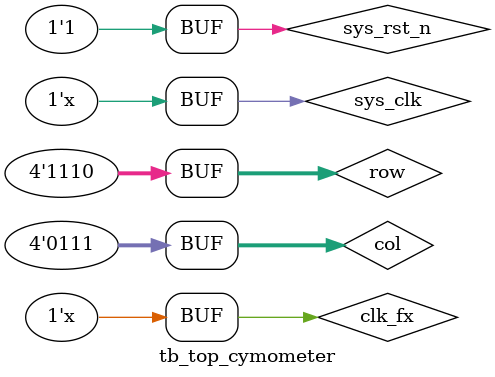
<source format=v>
`timescale 1ns/1ps
module tb_top_cymometer();
// top_cymometer Parameters
parameter CNT_GATE_LOW = 30'd12_500_000 ; // 闸门为低的时间
parameter CLK_FS_FREQ = 30'd100_000_000 ;
parameter DIV_N = 26'd10 ; // 分频系数
 // top_cymometer Inputs
reg sys_clk;
reg sys_rst_n;
reg clk_fx;
reg [3:0] col;

wire oled_dat;
wire oled_rst;
wire oled_dcn;
wire oled_clk;
wire clk_out1;
wire clk_out2;
wire [3:0] row;

assign row = 4'b1110;
//初始化系统时钟、全局复位
initial begin
sys_clk <= 1'b0;
sys_rst_n <= 1'b0;
clk_fx <= 1'b0;
col <= 4'd0;
#40;
sys_rst_n <= 1'b1;
#1_000_000_000 
// row = 4'b1110;//模拟按键1按下 //测量频率
col <= 4'b1101; 
#1_000_000_000
// row = 4'd1110;//模拟按键2按下 //测量周期
col <= 4'b1011;
#1_000_000_000
// row = 4'b1110;//模拟按键3按下 //测量脉冲
col <= 4'b0111;
// #40
// // row = 4'b1101;//模拟按键5按下，自校验1MHz
// col <= 4'b1101;

// #40
// // row = 4'b1101;//模拟按键4按下 //自校验 1MHz
// col <= 4'b1110;//1
// #40
// // row = 4'b1101;//模拟按键4按下 //自校验 1MHz
// col <= 4'b1110;//2
// #40
// // row = 4'b1101;//模拟按键4按下 //自校验 1MHz
// col <= 4'b1110;//3
// #40
// // row = 4'b1101;//模拟按键4按下 //自校验 1MHz
// col <= 4'b1110;//4
// #40
// // row = 4'b1101;//模拟按键4按下 //自校验 1MHz
// col <= 4'b1110;//5
// #40
// // row = 4'b1101;//模拟按键4按下 //自校验 1MHz
// col <= 4'b1110;//6
// #40
// // row = 4'b1101;//模拟按键4按下 //自校验 1MHz
// col <= 4'b1110;//7
// #40
// // row = 4'b1101;//模拟按键4按下 //自校验 1MHz
// col <= 4'b1110;//8
// #40
// // row = 4'b1101;//模拟按键4按下 //自校验 1MHz
// col <= 4'b1110;//9
// #40
// // row = 4'b1101;//模拟按键4按下 //自校验 1MHz
// col <= 4'b1110;//10
// #40
// // row = 4'b1101;//模拟按键4按下 //自校验 1MHz
// col <= 4'b1110;//11
// #40
// // row = 4'b1101;//模拟按键4按下 //自校验 1MHz
// col <= 4'b1110;//11

// row,col 
//8'b1110_1101:key_value<=4'H1;
// 8'b1110_1011:key_value<=4'H2;
// 8'b1110_0111:key_value<=4'H3;
// 8'b1101_1110:key_value<=4'H4;
// 8'b1101_1101:key_value<=4'H5;
// 8'b1101_1011:key_value<=4'H6;
// 8'b1101_0111:key_value<=4'H7;
// 8'b1011_1110:key_value<=4'H8;
// 8'b1011_1101:key_value<=4'H9;
// 8'b1011_1011:key_value<=4'Ha;
// 8'b1011_0111:key_value<=4'Hb;
// 8'b0111_1110:key_value<=4'Hc;
// 8'b0111_1101:key_value<=4'Hd;
// 8'b0111_1011:key_value<=4'He;
// 8'b0111_0111:key_value<=4'Hf; 

end

//sys_clk:每 10ns 电平翻转一次，产生一个 50MHz 的时钟信号
always #10 sys_clk = ~sys_clk;

//模拟被测时钟
always #100 clk_fx = ~clk_fx;//在这个tb中，待测时钟信号为5MHz，输入top_cymometer模块中


//top_cymometer
top_cymometer #(
.DIV_N (DIV_N ),
.CNT_GATE_LOW (CNT_GATE_LOW),
.CLK_FS_FREQ (CLK_FS_FREQ )
)
u_top_cymometer(
.sys_clk ( sys_clk ),
.sys_rst_n ( sys_rst_n ),
.clk_fx ( clk_fx ),
.col(col),
.oled_dat(oled_dat),
.oled_rst(oled_rst),
.oled_dcn(oled_dcn),
.oled_clk(oled_clk),
.clk_out1(clk_out1),
.clk_out2(clk_out2),
.row(row)
);

endmodule
</source>
